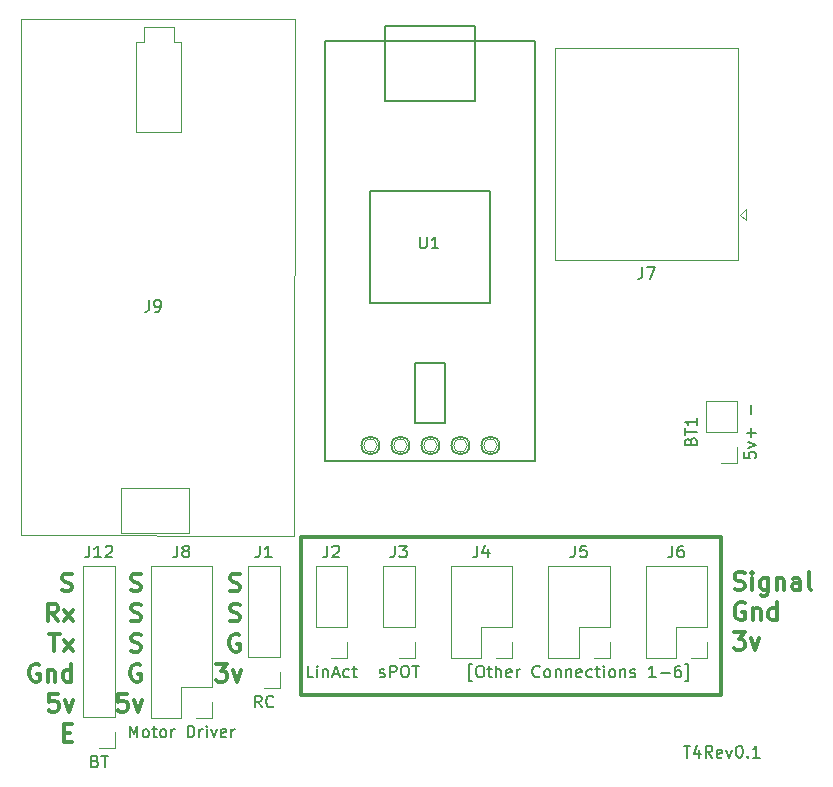
<source format=gbr>
G04 #@! TF.GenerationSoftware,KiCad,Pcbnew,(5.1.2)-2*
G04 #@! TF.CreationDate,2019-09-03T22:16:40-05:00*
G04 #@! TF.ProjectId,ControlBoardT4_Rev1,436f6e74-726f-46c4-926f-61726454345f,rev?*
G04 #@! TF.SameCoordinates,Original*
G04 #@! TF.FileFunction,Legend,Top*
G04 #@! TF.FilePolarity,Positive*
%FSLAX46Y46*%
G04 Gerber Fmt 4.6, Leading zero omitted, Abs format (unit mm)*
G04 Created by KiCad (PCBNEW (5.1.2)-2) date 2019-09-03 22:16:40*
%MOMM*%
%LPD*%
G04 APERTURE LIST*
%ADD10C,0.150000*%
%ADD11C,0.300000*%
%ADD12C,0.120000*%
G04 APERTURE END LIST*
D10*
X175236595Y-131341880D02*
X175808023Y-131341880D01*
X175522309Y-132341880D02*
X175522309Y-131341880D01*
X176569928Y-131675214D02*
X176569928Y-132341880D01*
X176331833Y-131294261D02*
X176093738Y-132008547D01*
X176712785Y-132008547D01*
X177665166Y-132341880D02*
X177331833Y-131865690D01*
X177093738Y-132341880D02*
X177093738Y-131341880D01*
X177474690Y-131341880D01*
X177569928Y-131389500D01*
X177617547Y-131437119D01*
X177665166Y-131532357D01*
X177665166Y-131675214D01*
X177617547Y-131770452D01*
X177569928Y-131818071D01*
X177474690Y-131865690D01*
X177093738Y-131865690D01*
X178474690Y-132294261D02*
X178379452Y-132341880D01*
X178188976Y-132341880D01*
X178093738Y-132294261D01*
X178046119Y-132199023D01*
X178046119Y-131818071D01*
X178093738Y-131722833D01*
X178188976Y-131675214D01*
X178379452Y-131675214D01*
X178474690Y-131722833D01*
X178522309Y-131818071D01*
X178522309Y-131913309D01*
X178046119Y-132008547D01*
X178855642Y-131675214D02*
X179093738Y-132341880D01*
X179331833Y-131675214D01*
X179903261Y-131341880D02*
X179998500Y-131341880D01*
X180093738Y-131389500D01*
X180141357Y-131437119D01*
X180188976Y-131532357D01*
X180236595Y-131722833D01*
X180236595Y-131960928D01*
X180188976Y-132151404D01*
X180141357Y-132246642D01*
X180093738Y-132294261D01*
X179998500Y-132341880D01*
X179903261Y-132341880D01*
X179808023Y-132294261D01*
X179760404Y-132246642D01*
X179712785Y-132151404D01*
X179665166Y-131960928D01*
X179665166Y-131722833D01*
X179712785Y-131532357D01*
X179760404Y-131437119D01*
X179808023Y-131389500D01*
X179903261Y-131341880D01*
X180665166Y-132246642D02*
X180712785Y-132294261D01*
X180665166Y-132341880D01*
X180617547Y-132294261D01*
X180665166Y-132246642D01*
X180665166Y-132341880D01*
X181665166Y-132341880D02*
X181093738Y-132341880D01*
X181379452Y-132341880D02*
X181379452Y-131341880D01*
X181284214Y-131484738D01*
X181188976Y-131579976D01*
X181093738Y-131627595D01*
D11*
X122614142Y-118184142D02*
X122828428Y-118255571D01*
X123185571Y-118255571D01*
X123328428Y-118184142D01*
X123399857Y-118112714D01*
X123471285Y-117969857D01*
X123471285Y-117827000D01*
X123399857Y-117684142D01*
X123328428Y-117612714D01*
X123185571Y-117541285D01*
X122899857Y-117469857D01*
X122757000Y-117398428D01*
X122685571Y-117327000D01*
X122614142Y-117184142D01*
X122614142Y-117041285D01*
X122685571Y-116898428D01*
X122757000Y-116827000D01*
X122899857Y-116755571D01*
X123257000Y-116755571D01*
X123471285Y-116827000D01*
X122257000Y-120805571D02*
X121757000Y-120091285D01*
X121399857Y-120805571D02*
X121399857Y-119305571D01*
X121971285Y-119305571D01*
X122114142Y-119377000D01*
X122185571Y-119448428D01*
X122257000Y-119591285D01*
X122257000Y-119805571D01*
X122185571Y-119948428D01*
X122114142Y-120019857D01*
X121971285Y-120091285D01*
X121399857Y-120091285D01*
X122757000Y-120805571D02*
X123542714Y-119805571D01*
X122757000Y-119805571D02*
X123542714Y-120805571D01*
X121542714Y-121855571D02*
X122399857Y-121855571D01*
X121971285Y-123355571D02*
X121971285Y-121855571D01*
X122757000Y-123355571D02*
X123542714Y-122355571D01*
X122757000Y-122355571D02*
X123542714Y-123355571D01*
X120685571Y-124477000D02*
X120542714Y-124405571D01*
X120328428Y-124405571D01*
X120114142Y-124477000D01*
X119971285Y-124619857D01*
X119899857Y-124762714D01*
X119828428Y-125048428D01*
X119828428Y-125262714D01*
X119899857Y-125548428D01*
X119971285Y-125691285D01*
X120114142Y-125834142D01*
X120328428Y-125905571D01*
X120471285Y-125905571D01*
X120685571Y-125834142D01*
X120757000Y-125762714D01*
X120757000Y-125262714D01*
X120471285Y-125262714D01*
X121399857Y-124905571D02*
X121399857Y-125905571D01*
X121399857Y-125048428D02*
X121471285Y-124977000D01*
X121614142Y-124905571D01*
X121828428Y-124905571D01*
X121971285Y-124977000D01*
X122042714Y-125119857D01*
X122042714Y-125905571D01*
X123399857Y-125905571D02*
X123399857Y-124405571D01*
X123399857Y-125834142D02*
X123257000Y-125905571D01*
X122971285Y-125905571D01*
X122828428Y-125834142D01*
X122757000Y-125762714D01*
X122685571Y-125619857D01*
X122685571Y-125191285D01*
X122757000Y-125048428D01*
X122828428Y-124977000D01*
X122971285Y-124905571D01*
X123257000Y-124905571D01*
X123399857Y-124977000D01*
X122257000Y-126955571D02*
X121542714Y-126955571D01*
X121471285Y-127669857D01*
X121542714Y-127598428D01*
X121685571Y-127527000D01*
X122042714Y-127527000D01*
X122185571Y-127598428D01*
X122257000Y-127669857D01*
X122328428Y-127812714D01*
X122328428Y-128169857D01*
X122257000Y-128312714D01*
X122185571Y-128384142D01*
X122042714Y-128455571D01*
X121685571Y-128455571D01*
X121542714Y-128384142D01*
X121471285Y-128312714D01*
X122828428Y-127455571D02*
X123185571Y-128455571D01*
X123542714Y-127455571D01*
X122757000Y-130219857D02*
X123257000Y-130219857D01*
X123471285Y-131005571D02*
X122757000Y-131005571D01*
X122757000Y-129505571D01*
X123471285Y-129505571D01*
X128456142Y-118189142D02*
X128670428Y-118260571D01*
X129027571Y-118260571D01*
X129170428Y-118189142D01*
X129241857Y-118117714D01*
X129313285Y-117974857D01*
X129313285Y-117832000D01*
X129241857Y-117689142D01*
X129170428Y-117617714D01*
X129027571Y-117546285D01*
X128741857Y-117474857D01*
X128599000Y-117403428D01*
X128527571Y-117332000D01*
X128456142Y-117189142D01*
X128456142Y-117046285D01*
X128527571Y-116903428D01*
X128599000Y-116832000D01*
X128741857Y-116760571D01*
X129099000Y-116760571D01*
X129313285Y-116832000D01*
X128456142Y-120739142D02*
X128670428Y-120810571D01*
X129027571Y-120810571D01*
X129170428Y-120739142D01*
X129241857Y-120667714D01*
X129313285Y-120524857D01*
X129313285Y-120382000D01*
X129241857Y-120239142D01*
X129170428Y-120167714D01*
X129027571Y-120096285D01*
X128741857Y-120024857D01*
X128599000Y-119953428D01*
X128527571Y-119882000D01*
X128456142Y-119739142D01*
X128456142Y-119596285D01*
X128527571Y-119453428D01*
X128599000Y-119382000D01*
X128741857Y-119310571D01*
X129099000Y-119310571D01*
X129313285Y-119382000D01*
X128456142Y-123289142D02*
X128670428Y-123360571D01*
X129027571Y-123360571D01*
X129170428Y-123289142D01*
X129241857Y-123217714D01*
X129313285Y-123074857D01*
X129313285Y-122932000D01*
X129241857Y-122789142D01*
X129170428Y-122717714D01*
X129027571Y-122646285D01*
X128741857Y-122574857D01*
X128599000Y-122503428D01*
X128527571Y-122432000D01*
X128456142Y-122289142D01*
X128456142Y-122146285D01*
X128527571Y-122003428D01*
X128599000Y-121932000D01*
X128741857Y-121860571D01*
X129099000Y-121860571D01*
X129313285Y-121932000D01*
X129241857Y-124482000D02*
X129099000Y-124410571D01*
X128884714Y-124410571D01*
X128670428Y-124482000D01*
X128527571Y-124624857D01*
X128456142Y-124767714D01*
X128384714Y-125053428D01*
X128384714Y-125267714D01*
X128456142Y-125553428D01*
X128527571Y-125696285D01*
X128670428Y-125839142D01*
X128884714Y-125910571D01*
X129027571Y-125910571D01*
X129241857Y-125839142D01*
X129313285Y-125767714D01*
X129313285Y-125267714D01*
X129027571Y-125267714D01*
X128099000Y-126960571D02*
X127384714Y-126960571D01*
X127313285Y-127674857D01*
X127384714Y-127603428D01*
X127527571Y-127532000D01*
X127884714Y-127532000D01*
X128027571Y-127603428D01*
X128099000Y-127674857D01*
X128170428Y-127817714D01*
X128170428Y-128174857D01*
X128099000Y-128317714D01*
X128027571Y-128389142D01*
X127884714Y-128460571D01*
X127527571Y-128460571D01*
X127384714Y-128389142D01*
X127313285Y-128317714D01*
X128670428Y-127460571D02*
X129027571Y-128460571D01*
X129384714Y-127460571D01*
X136838142Y-118194142D02*
X137052428Y-118265571D01*
X137409571Y-118265571D01*
X137552428Y-118194142D01*
X137623857Y-118122714D01*
X137695285Y-117979857D01*
X137695285Y-117837000D01*
X137623857Y-117694142D01*
X137552428Y-117622714D01*
X137409571Y-117551285D01*
X137123857Y-117479857D01*
X136981000Y-117408428D01*
X136909571Y-117337000D01*
X136838142Y-117194142D01*
X136838142Y-117051285D01*
X136909571Y-116908428D01*
X136981000Y-116837000D01*
X137123857Y-116765571D01*
X137481000Y-116765571D01*
X137695285Y-116837000D01*
X136838142Y-120744142D02*
X137052428Y-120815571D01*
X137409571Y-120815571D01*
X137552428Y-120744142D01*
X137623857Y-120672714D01*
X137695285Y-120529857D01*
X137695285Y-120387000D01*
X137623857Y-120244142D01*
X137552428Y-120172714D01*
X137409571Y-120101285D01*
X137123857Y-120029857D01*
X136981000Y-119958428D01*
X136909571Y-119887000D01*
X136838142Y-119744142D01*
X136838142Y-119601285D01*
X136909571Y-119458428D01*
X136981000Y-119387000D01*
X137123857Y-119315571D01*
X137481000Y-119315571D01*
X137695285Y-119387000D01*
X137623857Y-121937000D02*
X137481000Y-121865571D01*
X137266714Y-121865571D01*
X137052428Y-121937000D01*
X136909571Y-122079857D01*
X136838142Y-122222714D01*
X136766714Y-122508428D01*
X136766714Y-122722714D01*
X136838142Y-123008428D01*
X136909571Y-123151285D01*
X137052428Y-123294142D01*
X137266714Y-123365571D01*
X137409571Y-123365571D01*
X137623857Y-123294142D01*
X137695285Y-123222714D01*
X137695285Y-122722714D01*
X137409571Y-122722714D01*
X135623857Y-124415571D02*
X136552428Y-124415571D01*
X136052428Y-124987000D01*
X136266714Y-124987000D01*
X136409571Y-125058428D01*
X136481000Y-125129857D01*
X136552428Y-125272714D01*
X136552428Y-125629857D01*
X136481000Y-125772714D01*
X136409571Y-125844142D01*
X136266714Y-125915571D01*
X135838142Y-125915571D01*
X135695285Y-125844142D01*
X135623857Y-125772714D01*
X137052428Y-124915571D02*
X137409571Y-125915571D01*
X137766714Y-124915571D01*
X178435000Y-113665000D02*
X142875000Y-113665000D01*
X178435000Y-127000000D02*
X178435000Y-113665000D01*
X142875000Y-127000000D02*
X178435000Y-127000000D01*
X142875000Y-113665000D02*
X142875000Y-127000000D01*
X179550714Y-118072142D02*
X179765000Y-118143571D01*
X180122142Y-118143571D01*
X180265000Y-118072142D01*
X180336428Y-118000714D01*
X180407857Y-117857857D01*
X180407857Y-117715000D01*
X180336428Y-117572142D01*
X180265000Y-117500714D01*
X180122142Y-117429285D01*
X179836428Y-117357857D01*
X179693571Y-117286428D01*
X179622142Y-117215000D01*
X179550714Y-117072142D01*
X179550714Y-116929285D01*
X179622142Y-116786428D01*
X179693571Y-116715000D01*
X179836428Y-116643571D01*
X180193571Y-116643571D01*
X180407857Y-116715000D01*
X181050714Y-118143571D02*
X181050714Y-117143571D01*
X181050714Y-116643571D02*
X180979285Y-116715000D01*
X181050714Y-116786428D01*
X181122142Y-116715000D01*
X181050714Y-116643571D01*
X181050714Y-116786428D01*
X182407857Y-117143571D02*
X182407857Y-118357857D01*
X182336428Y-118500714D01*
X182265000Y-118572142D01*
X182122142Y-118643571D01*
X181907857Y-118643571D01*
X181765000Y-118572142D01*
X182407857Y-118072142D02*
X182265000Y-118143571D01*
X181979285Y-118143571D01*
X181836428Y-118072142D01*
X181765000Y-118000714D01*
X181693571Y-117857857D01*
X181693571Y-117429285D01*
X181765000Y-117286428D01*
X181836428Y-117215000D01*
X181979285Y-117143571D01*
X182265000Y-117143571D01*
X182407857Y-117215000D01*
X183122142Y-117143571D02*
X183122142Y-118143571D01*
X183122142Y-117286428D02*
X183193571Y-117215000D01*
X183336428Y-117143571D01*
X183550714Y-117143571D01*
X183693571Y-117215000D01*
X183765000Y-117357857D01*
X183765000Y-118143571D01*
X185122142Y-118143571D02*
X185122142Y-117357857D01*
X185050714Y-117215000D01*
X184907857Y-117143571D01*
X184622142Y-117143571D01*
X184479285Y-117215000D01*
X185122142Y-118072142D02*
X184979285Y-118143571D01*
X184622142Y-118143571D01*
X184479285Y-118072142D01*
X184407857Y-117929285D01*
X184407857Y-117786428D01*
X184479285Y-117643571D01*
X184622142Y-117572142D01*
X184979285Y-117572142D01*
X185122142Y-117500714D01*
X186050714Y-118143571D02*
X185907857Y-118072142D01*
X185836428Y-117929285D01*
X185836428Y-116643571D01*
X180407857Y-119265000D02*
X180265000Y-119193571D01*
X180050714Y-119193571D01*
X179836428Y-119265000D01*
X179693571Y-119407857D01*
X179622142Y-119550714D01*
X179550714Y-119836428D01*
X179550714Y-120050714D01*
X179622142Y-120336428D01*
X179693571Y-120479285D01*
X179836428Y-120622142D01*
X180050714Y-120693571D01*
X180193571Y-120693571D01*
X180407857Y-120622142D01*
X180479285Y-120550714D01*
X180479285Y-120050714D01*
X180193571Y-120050714D01*
X181122142Y-119693571D02*
X181122142Y-120693571D01*
X181122142Y-119836428D02*
X181193571Y-119765000D01*
X181336428Y-119693571D01*
X181550714Y-119693571D01*
X181693571Y-119765000D01*
X181765000Y-119907857D01*
X181765000Y-120693571D01*
X183122142Y-120693571D02*
X183122142Y-119193571D01*
X183122142Y-120622142D02*
X182979285Y-120693571D01*
X182693571Y-120693571D01*
X182550714Y-120622142D01*
X182479285Y-120550714D01*
X182407857Y-120407857D01*
X182407857Y-119979285D01*
X182479285Y-119836428D01*
X182550714Y-119765000D01*
X182693571Y-119693571D01*
X182979285Y-119693571D01*
X183122142Y-119765000D01*
X179479285Y-121743571D02*
X180407857Y-121743571D01*
X179907857Y-122315000D01*
X180122142Y-122315000D01*
X180265000Y-122386428D01*
X180336428Y-122457857D01*
X180407857Y-122600714D01*
X180407857Y-122957857D01*
X180336428Y-123100714D01*
X180265000Y-123172142D01*
X180122142Y-123243571D01*
X179693571Y-123243571D01*
X179550714Y-123172142D01*
X179479285Y-123100714D01*
X180907857Y-122243571D02*
X181265000Y-123243571D01*
X181622142Y-122243571D01*
D12*
X142300000Y-69830000D02*
X119100000Y-69830000D01*
X142290800Y-113538000D02*
X142300000Y-69830000D01*
X119100000Y-113510000D02*
X119100000Y-69830000D01*
X142290800Y-113538000D02*
X119100000Y-113510000D01*
X132715000Y-79415000D02*
X128905000Y-79415000D01*
X132715000Y-79415000D02*
X132715000Y-71795000D01*
X132715000Y-71795000D02*
X132080000Y-71795000D01*
X132080000Y-71795000D02*
X132080000Y-70525000D01*
X128905000Y-79415000D02*
X128905000Y-71795000D01*
X129540000Y-71795000D02*
X128905000Y-71795000D01*
X129540000Y-71795000D02*
X129540000Y-70525000D01*
X132080000Y-70525000D02*
X129540000Y-70525000D01*
X133350000Y-113315000D02*
X127635000Y-113315000D01*
X127635000Y-113315000D02*
X127635000Y-109505000D01*
X127635000Y-109505000D02*
X133350000Y-109505000D01*
X133350000Y-109505000D02*
X133350000Y-113315000D01*
X179765000Y-102175000D02*
X177105000Y-102175000D01*
X179765000Y-104775000D02*
X179765000Y-102175000D01*
X177105000Y-104775000D02*
X177105000Y-102175000D01*
X179765000Y-104775000D02*
X177105000Y-104775000D01*
X179765000Y-106045000D02*
X179765000Y-107375000D01*
X179765000Y-107375000D02*
X178435000Y-107375000D01*
X168970000Y-123885000D02*
X167640000Y-123885000D01*
X168970000Y-122555000D02*
X168970000Y-123885000D01*
X166370000Y-123885000D02*
X163770000Y-123885000D01*
X166370000Y-121285000D02*
X166370000Y-123885000D01*
X168970000Y-121285000D02*
X166370000Y-121285000D01*
X163770000Y-123885000D02*
X163770000Y-116145000D01*
X168970000Y-121285000D02*
X168970000Y-116145000D01*
X168970000Y-116145000D02*
X163770000Y-116145000D01*
X160715000Y-116145000D02*
X155515000Y-116145000D01*
X160715000Y-121285000D02*
X160715000Y-116145000D01*
X155515000Y-123885000D02*
X155515000Y-116145000D01*
X160715000Y-121285000D02*
X158115000Y-121285000D01*
X158115000Y-121285000D02*
X158115000Y-123885000D01*
X158115000Y-123885000D02*
X155515000Y-123885000D01*
X160715000Y-122555000D02*
X160715000Y-123885000D01*
X160715000Y-123885000D02*
X159385000Y-123885000D01*
X135315000Y-116145000D02*
X130115000Y-116145000D01*
X135315000Y-126365000D02*
X135315000Y-116145000D01*
X130115000Y-128965000D02*
X130115000Y-116145000D01*
X135315000Y-126365000D02*
X132715000Y-126365000D01*
X132715000Y-126365000D02*
X132715000Y-128965000D01*
X132715000Y-128965000D02*
X130115000Y-128965000D01*
X135315000Y-127635000D02*
X135315000Y-128965000D01*
X135315000Y-128965000D02*
X133985000Y-128965000D01*
X177225000Y-116145000D02*
X172025000Y-116145000D01*
X177225000Y-121285000D02*
X177225000Y-116145000D01*
X172025000Y-123885000D02*
X172025000Y-116145000D01*
X177225000Y-121285000D02*
X174625000Y-121285000D01*
X174625000Y-121285000D02*
X174625000Y-123885000D01*
X174625000Y-123885000D02*
X172025000Y-123885000D01*
X177225000Y-122555000D02*
X177225000Y-123885000D01*
X177225000Y-123885000D02*
X175895000Y-123885000D01*
X141030000Y-116145000D02*
X138370000Y-116145000D01*
X141030000Y-123825000D02*
X141030000Y-116145000D01*
X138370000Y-123825000D02*
X138370000Y-116145000D01*
X141030000Y-123825000D02*
X138370000Y-123825000D01*
X141030000Y-125095000D02*
X141030000Y-126425000D01*
X141030000Y-126425000D02*
X139700000Y-126425000D01*
X146745000Y-116145000D02*
X144085000Y-116145000D01*
X146745000Y-121285000D02*
X146745000Y-116145000D01*
X144085000Y-121285000D02*
X144085000Y-116145000D01*
X146745000Y-121285000D02*
X144085000Y-121285000D01*
X146745000Y-122555000D02*
X146745000Y-123885000D01*
X146745000Y-123885000D02*
X145415000Y-123885000D01*
X152460000Y-123885000D02*
X151130000Y-123885000D01*
X152460000Y-122555000D02*
X152460000Y-123885000D01*
X152460000Y-121285000D02*
X149800000Y-121285000D01*
X149800000Y-121285000D02*
X149800000Y-116145000D01*
X152460000Y-121285000D02*
X152460000Y-116145000D01*
X152460000Y-116145000D02*
X149800000Y-116145000D01*
X180530000Y-85860000D02*
X180030000Y-86360000D01*
X180530000Y-86860000D02*
X180530000Y-85860000D01*
X180030000Y-86360000D02*
X180530000Y-86860000D01*
X179845000Y-72280000D02*
X164325000Y-72280000D01*
X164325000Y-90240000D02*
X164325000Y-72280000D01*
X164325000Y-90240000D02*
X179845000Y-90240000D01*
X179845000Y-90240000D02*
X179845000Y-72280000D01*
X127060000Y-116145000D02*
X124400000Y-116145000D01*
X127060000Y-128905000D02*
X127060000Y-116145000D01*
X124400000Y-128905000D02*
X124400000Y-116145000D01*
X127060000Y-128905000D02*
X124400000Y-128905000D01*
X127060000Y-130175000D02*
X127060000Y-131505000D01*
X127060000Y-131505000D02*
X125730000Y-131505000D01*
D10*
X148717000Y-93853000D02*
X158877000Y-93853000D01*
X158877000Y-84328000D02*
X148717000Y-84328000D01*
X148717000Y-84328000D02*
X148717000Y-93853000D01*
X158877000Y-84328000D02*
X158877000Y-93853000D01*
X162687000Y-107188000D02*
X162687000Y-71628000D01*
X144907000Y-71628000D02*
X144907000Y-107188000D01*
X149987000Y-71628000D02*
X149987000Y-70358000D01*
X149987000Y-70358000D02*
X157607000Y-70358000D01*
X157607000Y-70358000D02*
X157607000Y-71628000D01*
X149987000Y-76708000D02*
X157607000Y-76708000D01*
X157607000Y-76708000D02*
X157607000Y-71628000D01*
X149987000Y-76708000D02*
X149987000Y-71628000D01*
X155067000Y-98933000D02*
X155067000Y-104013000D01*
X155067000Y-104013000D02*
X152527000Y-104013000D01*
X152527000Y-104013000D02*
X152527000Y-98933000D01*
X152527000Y-98933000D02*
X155067000Y-98933000D01*
X162687000Y-107188000D02*
X144907000Y-107188000D01*
X144907000Y-71628000D02*
X162687000Y-71628000D01*
D12*
X159444961Y-105918000D02*
G75*
G03X159444961Y-105918000I-567961J0D01*
G01*
X159680219Y-105918000D02*
G75*
G03X159680219Y-105918000I-803219J0D01*
G01*
X159595420Y-105918000D02*
G75*
G03X159595420Y-105918000I-718420J0D01*
G01*
X156904961Y-105918000D02*
G75*
G03X156904961Y-105918000I-567961J0D01*
G01*
X157140219Y-105918000D02*
G75*
G03X157140219Y-105918000I-803219J0D01*
G01*
X157055420Y-105918000D02*
G75*
G03X157055420Y-105918000I-718420J0D01*
G01*
X154364961Y-105918000D02*
G75*
G03X154364961Y-105918000I-567961J0D01*
G01*
X154600219Y-105918000D02*
G75*
G03X154600219Y-105918000I-803219J0D01*
G01*
X154515420Y-105918000D02*
G75*
G03X154515420Y-105918000I-718420J0D01*
G01*
X151824961Y-105918000D02*
G75*
G03X151824961Y-105918000I-567961J0D01*
G01*
X152060219Y-105918000D02*
G75*
G03X152060219Y-105918000I-803219J0D01*
G01*
X151975420Y-105918000D02*
G75*
G03X151975420Y-105918000I-718420J0D01*
G01*
X149284961Y-105918000D02*
G75*
G03X149284961Y-105918000I-567961J0D01*
G01*
X149520219Y-105918000D02*
G75*
G03X149520219Y-105918000I-803219J0D01*
G01*
X149435420Y-105918000D02*
G75*
G03X149435420Y-105918000I-718420J0D01*
G01*
D10*
X129981366Y-93584780D02*
X129981366Y-94299066D01*
X129933747Y-94441923D01*
X129838509Y-94537161D01*
X129695652Y-94584780D01*
X129600414Y-94584780D01*
X130505176Y-94584780D02*
X130695652Y-94584780D01*
X130790890Y-94537161D01*
X130838509Y-94489542D01*
X130933747Y-94346685D01*
X130981366Y-94156209D01*
X130981366Y-93775257D01*
X130933747Y-93680019D01*
X130886128Y-93632400D01*
X130790890Y-93584780D01*
X130600414Y-93584780D01*
X130505176Y-93632400D01*
X130457557Y-93680019D01*
X130409938Y-93775257D01*
X130409938Y-94013352D01*
X130457557Y-94108590D01*
X130505176Y-94156209D01*
X130600414Y-94203828D01*
X130790890Y-94203828D01*
X130886128Y-94156209D01*
X130933747Y-94108590D01*
X130981366Y-94013352D01*
X175823571Y-105560714D02*
X175871190Y-105417857D01*
X175918809Y-105370238D01*
X176014047Y-105322619D01*
X176156904Y-105322619D01*
X176252142Y-105370238D01*
X176299761Y-105417857D01*
X176347380Y-105513095D01*
X176347380Y-105894047D01*
X175347380Y-105894047D01*
X175347380Y-105560714D01*
X175395000Y-105465476D01*
X175442619Y-105417857D01*
X175537857Y-105370238D01*
X175633095Y-105370238D01*
X175728333Y-105417857D01*
X175775952Y-105465476D01*
X175823571Y-105560714D01*
X175823571Y-105894047D01*
X175347380Y-105036904D02*
X175347380Y-104465476D01*
X176347380Y-104751190D02*
X175347380Y-104751190D01*
X176347380Y-103608333D02*
X176347380Y-104179761D01*
X176347380Y-103894047D02*
X175347380Y-103894047D01*
X175490238Y-103989285D01*
X175585476Y-104084523D01*
X175633095Y-104179761D01*
X180363880Y-106473404D02*
X180363880Y-106949595D01*
X180840071Y-106997214D01*
X180792452Y-106949595D01*
X180744833Y-106854357D01*
X180744833Y-106616261D01*
X180792452Y-106521023D01*
X180840071Y-106473404D01*
X180935309Y-106425785D01*
X181173404Y-106425785D01*
X181268642Y-106473404D01*
X181316261Y-106521023D01*
X181363880Y-106616261D01*
X181363880Y-106854357D01*
X181316261Y-106949595D01*
X181268642Y-106997214D01*
X180697214Y-106092452D02*
X181363880Y-105854357D01*
X180697214Y-105616261D01*
X180982928Y-105235309D02*
X180982928Y-104473404D01*
X181363880Y-104854357D02*
X180601976Y-104854357D01*
X180982928Y-103235309D02*
X180982928Y-102473404D01*
X166036666Y-114387380D02*
X166036666Y-115101666D01*
X165989047Y-115244523D01*
X165893809Y-115339761D01*
X165750952Y-115387380D01*
X165655714Y-115387380D01*
X166989047Y-114387380D02*
X166512857Y-114387380D01*
X166465238Y-114863571D01*
X166512857Y-114815952D01*
X166608095Y-114768333D01*
X166846190Y-114768333D01*
X166941428Y-114815952D01*
X166989047Y-114863571D01*
X167036666Y-114958809D01*
X167036666Y-115196904D01*
X166989047Y-115292142D01*
X166941428Y-115339761D01*
X166846190Y-115387380D01*
X166608095Y-115387380D01*
X166512857Y-115339761D01*
X166465238Y-115292142D01*
X157346190Y-125880714D02*
X157108095Y-125880714D01*
X157108095Y-124452142D01*
X157346190Y-124452142D01*
X157917619Y-124547380D02*
X158108095Y-124547380D01*
X158203333Y-124595000D01*
X158298571Y-124690238D01*
X158346190Y-124880714D01*
X158346190Y-125214047D01*
X158298571Y-125404523D01*
X158203333Y-125499761D01*
X158108095Y-125547380D01*
X157917619Y-125547380D01*
X157822380Y-125499761D01*
X157727142Y-125404523D01*
X157679523Y-125214047D01*
X157679523Y-124880714D01*
X157727142Y-124690238D01*
X157822380Y-124595000D01*
X157917619Y-124547380D01*
X158631904Y-124880714D02*
X159012857Y-124880714D01*
X158774761Y-124547380D02*
X158774761Y-125404523D01*
X158822380Y-125499761D01*
X158917619Y-125547380D01*
X159012857Y-125547380D01*
X159346190Y-125547380D02*
X159346190Y-124547380D01*
X159774761Y-125547380D02*
X159774761Y-125023571D01*
X159727142Y-124928333D01*
X159631904Y-124880714D01*
X159489047Y-124880714D01*
X159393809Y-124928333D01*
X159346190Y-124975952D01*
X160631904Y-125499761D02*
X160536666Y-125547380D01*
X160346190Y-125547380D01*
X160250952Y-125499761D01*
X160203333Y-125404523D01*
X160203333Y-125023571D01*
X160250952Y-124928333D01*
X160346190Y-124880714D01*
X160536666Y-124880714D01*
X160631904Y-124928333D01*
X160679523Y-125023571D01*
X160679523Y-125118809D01*
X160203333Y-125214047D01*
X161108095Y-125547380D02*
X161108095Y-124880714D01*
X161108095Y-125071190D02*
X161155714Y-124975952D01*
X161203333Y-124928333D01*
X161298571Y-124880714D01*
X161393809Y-124880714D01*
X163060476Y-125452142D02*
X163012857Y-125499761D01*
X162870000Y-125547380D01*
X162774761Y-125547380D01*
X162631904Y-125499761D01*
X162536666Y-125404523D01*
X162489047Y-125309285D01*
X162441428Y-125118809D01*
X162441428Y-124975952D01*
X162489047Y-124785476D01*
X162536666Y-124690238D01*
X162631904Y-124595000D01*
X162774761Y-124547380D01*
X162870000Y-124547380D01*
X163012857Y-124595000D01*
X163060476Y-124642619D01*
X163631904Y-125547380D02*
X163536666Y-125499761D01*
X163489047Y-125452142D01*
X163441428Y-125356904D01*
X163441428Y-125071190D01*
X163489047Y-124975952D01*
X163536666Y-124928333D01*
X163631904Y-124880714D01*
X163774761Y-124880714D01*
X163870000Y-124928333D01*
X163917619Y-124975952D01*
X163965238Y-125071190D01*
X163965238Y-125356904D01*
X163917619Y-125452142D01*
X163870000Y-125499761D01*
X163774761Y-125547380D01*
X163631904Y-125547380D01*
X164393809Y-124880714D02*
X164393809Y-125547380D01*
X164393809Y-124975952D02*
X164441428Y-124928333D01*
X164536666Y-124880714D01*
X164679523Y-124880714D01*
X164774761Y-124928333D01*
X164822380Y-125023571D01*
X164822380Y-125547380D01*
X165298571Y-124880714D02*
X165298571Y-125547380D01*
X165298571Y-124975952D02*
X165346190Y-124928333D01*
X165441428Y-124880714D01*
X165584285Y-124880714D01*
X165679523Y-124928333D01*
X165727142Y-125023571D01*
X165727142Y-125547380D01*
X166584285Y-125499761D02*
X166489047Y-125547380D01*
X166298571Y-125547380D01*
X166203333Y-125499761D01*
X166155714Y-125404523D01*
X166155714Y-125023571D01*
X166203333Y-124928333D01*
X166298571Y-124880714D01*
X166489047Y-124880714D01*
X166584285Y-124928333D01*
X166631904Y-125023571D01*
X166631904Y-125118809D01*
X166155714Y-125214047D01*
X167489047Y-125499761D02*
X167393809Y-125547380D01*
X167203333Y-125547380D01*
X167108095Y-125499761D01*
X167060476Y-125452142D01*
X167012857Y-125356904D01*
X167012857Y-125071190D01*
X167060476Y-124975952D01*
X167108095Y-124928333D01*
X167203333Y-124880714D01*
X167393809Y-124880714D01*
X167489047Y-124928333D01*
X167774761Y-124880714D02*
X168155714Y-124880714D01*
X167917619Y-124547380D02*
X167917619Y-125404523D01*
X167965238Y-125499761D01*
X168060476Y-125547380D01*
X168155714Y-125547380D01*
X168489047Y-125547380D02*
X168489047Y-124880714D01*
X168489047Y-124547380D02*
X168441428Y-124595000D01*
X168489047Y-124642619D01*
X168536666Y-124595000D01*
X168489047Y-124547380D01*
X168489047Y-124642619D01*
X169108095Y-125547380D02*
X169012857Y-125499761D01*
X168965238Y-125452142D01*
X168917619Y-125356904D01*
X168917619Y-125071190D01*
X168965238Y-124975952D01*
X169012857Y-124928333D01*
X169108095Y-124880714D01*
X169250952Y-124880714D01*
X169346190Y-124928333D01*
X169393809Y-124975952D01*
X169441428Y-125071190D01*
X169441428Y-125356904D01*
X169393809Y-125452142D01*
X169346190Y-125499761D01*
X169250952Y-125547380D01*
X169108095Y-125547380D01*
X169870000Y-124880714D02*
X169870000Y-125547380D01*
X169870000Y-124975952D02*
X169917619Y-124928333D01*
X170012857Y-124880714D01*
X170155714Y-124880714D01*
X170250952Y-124928333D01*
X170298571Y-125023571D01*
X170298571Y-125547380D01*
X170727142Y-125499761D02*
X170822380Y-125547380D01*
X171012857Y-125547380D01*
X171108095Y-125499761D01*
X171155714Y-125404523D01*
X171155714Y-125356904D01*
X171108095Y-125261666D01*
X171012857Y-125214047D01*
X170870000Y-125214047D01*
X170774761Y-125166428D01*
X170727142Y-125071190D01*
X170727142Y-125023571D01*
X170774761Y-124928333D01*
X170870000Y-124880714D01*
X171012857Y-124880714D01*
X171108095Y-124928333D01*
X172870000Y-125547380D02*
X172298571Y-125547380D01*
X172584285Y-125547380D02*
X172584285Y-124547380D01*
X172489047Y-124690238D01*
X172393809Y-124785476D01*
X172298571Y-124833095D01*
X173298571Y-125166428D02*
X174060476Y-125166428D01*
X174965238Y-124547380D02*
X174774761Y-124547380D01*
X174679523Y-124595000D01*
X174631904Y-124642619D01*
X174536666Y-124785476D01*
X174489047Y-124975952D01*
X174489047Y-125356904D01*
X174536666Y-125452142D01*
X174584285Y-125499761D01*
X174679523Y-125547380D01*
X174870000Y-125547380D01*
X174965238Y-125499761D01*
X175012857Y-125452142D01*
X175060476Y-125356904D01*
X175060476Y-125118809D01*
X175012857Y-125023571D01*
X174965238Y-124975952D01*
X174870000Y-124928333D01*
X174679523Y-124928333D01*
X174584285Y-124975952D01*
X174536666Y-125023571D01*
X174489047Y-125118809D01*
X175393809Y-125880714D02*
X175631904Y-125880714D01*
X175631904Y-124452142D01*
X175393809Y-124452142D01*
X157781666Y-114387380D02*
X157781666Y-115101666D01*
X157734047Y-115244523D01*
X157638809Y-115339761D01*
X157495952Y-115387380D01*
X157400714Y-115387380D01*
X158686428Y-114720714D02*
X158686428Y-115387380D01*
X158448333Y-114339761D02*
X158210238Y-115054047D01*
X158829285Y-115054047D01*
X132381666Y-114387380D02*
X132381666Y-115101666D01*
X132334047Y-115244523D01*
X132238809Y-115339761D01*
X132095952Y-115387380D01*
X132000714Y-115387380D01*
X133000714Y-114815952D02*
X132905476Y-114768333D01*
X132857857Y-114720714D01*
X132810238Y-114625476D01*
X132810238Y-114577857D01*
X132857857Y-114482619D01*
X132905476Y-114435000D01*
X133000714Y-114387380D01*
X133191190Y-114387380D01*
X133286428Y-114435000D01*
X133334047Y-114482619D01*
X133381666Y-114577857D01*
X133381666Y-114625476D01*
X133334047Y-114720714D01*
X133286428Y-114768333D01*
X133191190Y-114815952D01*
X133000714Y-114815952D01*
X132905476Y-114863571D01*
X132857857Y-114911190D01*
X132810238Y-115006428D01*
X132810238Y-115196904D01*
X132857857Y-115292142D01*
X132905476Y-115339761D01*
X133000714Y-115387380D01*
X133191190Y-115387380D01*
X133286428Y-115339761D01*
X133334047Y-115292142D01*
X133381666Y-115196904D01*
X133381666Y-115006428D01*
X133334047Y-114911190D01*
X133286428Y-114863571D01*
X133191190Y-114815952D01*
X128334047Y-130627380D02*
X128334047Y-129627380D01*
X128667380Y-130341666D01*
X129000714Y-129627380D01*
X129000714Y-130627380D01*
X129619761Y-130627380D02*
X129524523Y-130579761D01*
X129476904Y-130532142D01*
X129429285Y-130436904D01*
X129429285Y-130151190D01*
X129476904Y-130055952D01*
X129524523Y-130008333D01*
X129619761Y-129960714D01*
X129762619Y-129960714D01*
X129857857Y-130008333D01*
X129905476Y-130055952D01*
X129953095Y-130151190D01*
X129953095Y-130436904D01*
X129905476Y-130532142D01*
X129857857Y-130579761D01*
X129762619Y-130627380D01*
X129619761Y-130627380D01*
X130238809Y-129960714D02*
X130619761Y-129960714D01*
X130381666Y-129627380D02*
X130381666Y-130484523D01*
X130429285Y-130579761D01*
X130524523Y-130627380D01*
X130619761Y-130627380D01*
X131095952Y-130627380D02*
X131000714Y-130579761D01*
X130953095Y-130532142D01*
X130905476Y-130436904D01*
X130905476Y-130151190D01*
X130953095Y-130055952D01*
X131000714Y-130008333D01*
X131095952Y-129960714D01*
X131238809Y-129960714D01*
X131334047Y-130008333D01*
X131381666Y-130055952D01*
X131429285Y-130151190D01*
X131429285Y-130436904D01*
X131381666Y-130532142D01*
X131334047Y-130579761D01*
X131238809Y-130627380D01*
X131095952Y-130627380D01*
X131857857Y-130627380D02*
X131857857Y-129960714D01*
X131857857Y-130151190D02*
X131905476Y-130055952D01*
X131953095Y-130008333D01*
X132048333Y-129960714D01*
X132143571Y-129960714D01*
X133238809Y-130627380D02*
X133238809Y-129627380D01*
X133476904Y-129627380D01*
X133619761Y-129675000D01*
X133715000Y-129770238D01*
X133762619Y-129865476D01*
X133810238Y-130055952D01*
X133810238Y-130198809D01*
X133762619Y-130389285D01*
X133715000Y-130484523D01*
X133619761Y-130579761D01*
X133476904Y-130627380D01*
X133238809Y-130627380D01*
X134238809Y-130627380D02*
X134238809Y-129960714D01*
X134238809Y-130151190D02*
X134286428Y-130055952D01*
X134334047Y-130008333D01*
X134429285Y-129960714D01*
X134524523Y-129960714D01*
X134857857Y-130627380D02*
X134857857Y-129960714D01*
X134857857Y-129627380D02*
X134810238Y-129675000D01*
X134857857Y-129722619D01*
X134905476Y-129675000D01*
X134857857Y-129627380D01*
X134857857Y-129722619D01*
X135238809Y-129960714D02*
X135476904Y-130627380D01*
X135715000Y-129960714D01*
X136476904Y-130579761D02*
X136381666Y-130627380D01*
X136191190Y-130627380D01*
X136095952Y-130579761D01*
X136048333Y-130484523D01*
X136048333Y-130103571D01*
X136095952Y-130008333D01*
X136191190Y-129960714D01*
X136381666Y-129960714D01*
X136476904Y-130008333D01*
X136524523Y-130103571D01*
X136524523Y-130198809D01*
X136048333Y-130294047D01*
X136953095Y-130627380D02*
X136953095Y-129960714D01*
X136953095Y-130151190D02*
X137000714Y-130055952D01*
X137048333Y-130008333D01*
X137143571Y-129960714D01*
X137238809Y-129960714D01*
X174291666Y-114387380D02*
X174291666Y-115101666D01*
X174244047Y-115244523D01*
X174148809Y-115339761D01*
X174005952Y-115387380D01*
X173910714Y-115387380D01*
X175196428Y-114387380D02*
X175005952Y-114387380D01*
X174910714Y-114435000D01*
X174863095Y-114482619D01*
X174767857Y-114625476D01*
X174720238Y-114815952D01*
X174720238Y-115196904D01*
X174767857Y-115292142D01*
X174815476Y-115339761D01*
X174910714Y-115387380D01*
X175101190Y-115387380D01*
X175196428Y-115339761D01*
X175244047Y-115292142D01*
X175291666Y-115196904D01*
X175291666Y-114958809D01*
X175244047Y-114863571D01*
X175196428Y-114815952D01*
X175101190Y-114768333D01*
X174910714Y-114768333D01*
X174815476Y-114815952D01*
X174767857Y-114863571D01*
X174720238Y-114958809D01*
X139366666Y-114387380D02*
X139366666Y-115101666D01*
X139319047Y-115244523D01*
X139223809Y-115339761D01*
X139080952Y-115387380D01*
X138985714Y-115387380D01*
X140366666Y-115387380D02*
X139795238Y-115387380D01*
X140080952Y-115387380D02*
X140080952Y-114387380D01*
X139985714Y-114530238D01*
X139890476Y-114625476D01*
X139795238Y-114673095D01*
X139509523Y-128087380D02*
X139176190Y-127611190D01*
X138938095Y-128087380D02*
X138938095Y-127087380D01*
X139319047Y-127087380D01*
X139414285Y-127135000D01*
X139461904Y-127182619D01*
X139509523Y-127277857D01*
X139509523Y-127420714D01*
X139461904Y-127515952D01*
X139414285Y-127563571D01*
X139319047Y-127611190D01*
X138938095Y-127611190D01*
X140509523Y-127992142D02*
X140461904Y-128039761D01*
X140319047Y-128087380D01*
X140223809Y-128087380D01*
X140080952Y-128039761D01*
X139985714Y-127944523D01*
X139938095Y-127849285D01*
X139890476Y-127658809D01*
X139890476Y-127515952D01*
X139938095Y-127325476D01*
X139985714Y-127230238D01*
X140080952Y-127135000D01*
X140223809Y-127087380D01*
X140319047Y-127087380D01*
X140461904Y-127135000D01*
X140509523Y-127182619D01*
X145081666Y-114387380D02*
X145081666Y-115101666D01*
X145034047Y-115244523D01*
X144938809Y-115339761D01*
X144795952Y-115387380D01*
X144700714Y-115387380D01*
X145510238Y-114482619D02*
X145557857Y-114435000D01*
X145653095Y-114387380D01*
X145891190Y-114387380D01*
X145986428Y-114435000D01*
X146034047Y-114482619D01*
X146081666Y-114577857D01*
X146081666Y-114673095D01*
X146034047Y-114815952D01*
X145462619Y-115387380D01*
X146081666Y-115387380D01*
X143891190Y-125547380D02*
X143415000Y-125547380D01*
X143415000Y-124547380D01*
X144224523Y-125547380D02*
X144224523Y-124880714D01*
X144224523Y-124547380D02*
X144176904Y-124595000D01*
X144224523Y-124642619D01*
X144272142Y-124595000D01*
X144224523Y-124547380D01*
X144224523Y-124642619D01*
X144700714Y-124880714D02*
X144700714Y-125547380D01*
X144700714Y-124975952D02*
X144748333Y-124928333D01*
X144843571Y-124880714D01*
X144986428Y-124880714D01*
X145081666Y-124928333D01*
X145129285Y-125023571D01*
X145129285Y-125547380D01*
X145557857Y-125261666D02*
X146034047Y-125261666D01*
X145462619Y-125547380D02*
X145795952Y-124547380D01*
X146129285Y-125547380D01*
X146891190Y-125499761D02*
X146795952Y-125547380D01*
X146605476Y-125547380D01*
X146510238Y-125499761D01*
X146462619Y-125452142D01*
X146415000Y-125356904D01*
X146415000Y-125071190D01*
X146462619Y-124975952D01*
X146510238Y-124928333D01*
X146605476Y-124880714D01*
X146795952Y-124880714D01*
X146891190Y-124928333D01*
X147176904Y-124880714D02*
X147557857Y-124880714D01*
X147319761Y-124547380D02*
X147319761Y-125404523D01*
X147367380Y-125499761D01*
X147462619Y-125547380D01*
X147557857Y-125547380D01*
X150796666Y-114387380D02*
X150796666Y-115101666D01*
X150749047Y-115244523D01*
X150653809Y-115339761D01*
X150510952Y-115387380D01*
X150415714Y-115387380D01*
X151177619Y-114387380D02*
X151796666Y-114387380D01*
X151463333Y-114768333D01*
X151606190Y-114768333D01*
X151701428Y-114815952D01*
X151749047Y-114863571D01*
X151796666Y-114958809D01*
X151796666Y-115196904D01*
X151749047Y-115292142D01*
X151701428Y-115339761D01*
X151606190Y-115387380D01*
X151320476Y-115387380D01*
X151225238Y-115339761D01*
X151177619Y-115292142D01*
X149510952Y-125499761D02*
X149606190Y-125547380D01*
X149796666Y-125547380D01*
X149891904Y-125499761D01*
X149939523Y-125404523D01*
X149939523Y-125356904D01*
X149891904Y-125261666D01*
X149796666Y-125214047D01*
X149653809Y-125214047D01*
X149558571Y-125166428D01*
X149510952Y-125071190D01*
X149510952Y-125023571D01*
X149558571Y-124928333D01*
X149653809Y-124880714D01*
X149796666Y-124880714D01*
X149891904Y-124928333D01*
X150368095Y-125547380D02*
X150368095Y-124547380D01*
X150749047Y-124547380D01*
X150844285Y-124595000D01*
X150891904Y-124642619D01*
X150939523Y-124737857D01*
X150939523Y-124880714D01*
X150891904Y-124975952D01*
X150844285Y-125023571D01*
X150749047Y-125071190D01*
X150368095Y-125071190D01*
X151558571Y-124547380D02*
X151749047Y-124547380D01*
X151844285Y-124595000D01*
X151939523Y-124690238D01*
X151987142Y-124880714D01*
X151987142Y-125214047D01*
X151939523Y-125404523D01*
X151844285Y-125499761D01*
X151749047Y-125547380D01*
X151558571Y-125547380D01*
X151463333Y-125499761D01*
X151368095Y-125404523D01*
X151320476Y-125214047D01*
X151320476Y-124880714D01*
X151368095Y-124690238D01*
X151463333Y-124595000D01*
X151558571Y-124547380D01*
X152272857Y-124547380D02*
X152844285Y-124547380D01*
X152558571Y-125547380D02*
X152558571Y-124547380D01*
X171751666Y-90812380D02*
X171751666Y-91526666D01*
X171704047Y-91669523D01*
X171608809Y-91764761D01*
X171465952Y-91812380D01*
X171370714Y-91812380D01*
X172132619Y-90812380D02*
X172799285Y-90812380D01*
X172370714Y-91812380D01*
X124920476Y-114387380D02*
X124920476Y-115101666D01*
X124872857Y-115244523D01*
X124777619Y-115339761D01*
X124634761Y-115387380D01*
X124539523Y-115387380D01*
X125920476Y-115387380D02*
X125349047Y-115387380D01*
X125634761Y-115387380D02*
X125634761Y-114387380D01*
X125539523Y-114530238D01*
X125444285Y-114625476D01*
X125349047Y-114673095D01*
X126301428Y-114482619D02*
X126349047Y-114435000D01*
X126444285Y-114387380D01*
X126682380Y-114387380D01*
X126777619Y-114435000D01*
X126825238Y-114482619D01*
X126872857Y-114577857D01*
X126872857Y-114673095D01*
X126825238Y-114815952D01*
X126253809Y-115387380D01*
X126872857Y-115387380D01*
X125420476Y-132643571D02*
X125563333Y-132691190D01*
X125610952Y-132738809D01*
X125658571Y-132834047D01*
X125658571Y-132976904D01*
X125610952Y-133072142D01*
X125563333Y-133119761D01*
X125468095Y-133167380D01*
X125087142Y-133167380D01*
X125087142Y-132167380D01*
X125420476Y-132167380D01*
X125515714Y-132215000D01*
X125563333Y-132262619D01*
X125610952Y-132357857D01*
X125610952Y-132453095D01*
X125563333Y-132548333D01*
X125515714Y-132595952D01*
X125420476Y-132643571D01*
X125087142Y-132643571D01*
X125944285Y-132167380D02*
X126515714Y-132167380D01*
X126230000Y-133167380D02*
X126230000Y-132167380D01*
X152908095Y-88225380D02*
X152908095Y-89034904D01*
X152955714Y-89130142D01*
X153003333Y-89177761D01*
X153098571Y-89225380D01*
X153289047Y-89225380D01*
X153384285Y-89177761D01*
X153431904Y-89130142D01*
X153479523Y-89034904D01*
X153479523Y-88225380D01*
X154479523Y-89225380D02*
X153908095Y-89225380D01*
X154193809Y-89225380D02*
X154193809Y-88225380D01*
X154098571Y-88368238D01*
X154003333Y-88463476D01*
X153908095Y-88511095D01*
M02*

</source>
